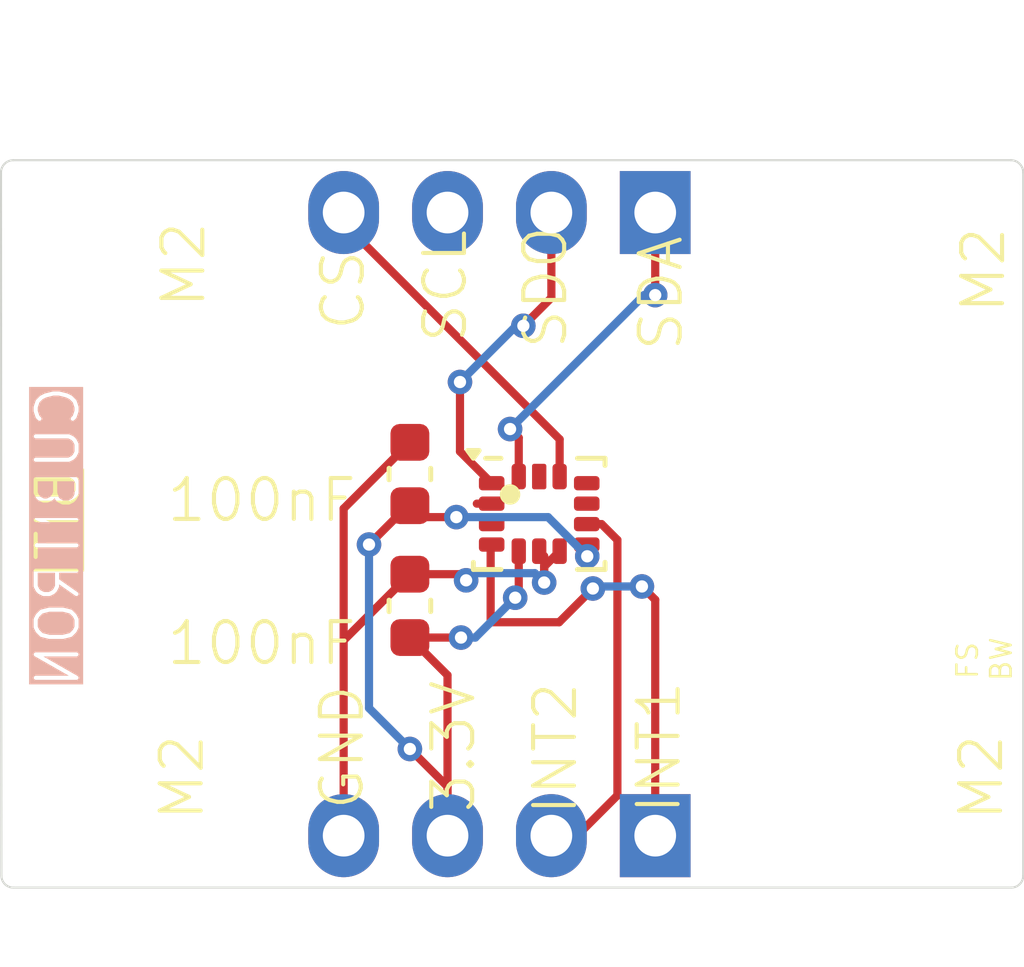
<source format=kicad_pcb>
(kicad_pcb (version 20240108) (generator "pcbnew") (generator_version "8.0")
  (layers (0 "F.Cu" signal) (31 "B.Cu" signal) (34 "B.Paste" user) (35 "F.Paste" user) (36 "B.SilkS" user "B.Silkscreen") (37 "F.SilkS" user "F.Silkscreen") (38 "B.Mask" user) (39 "F.Mask" user) (44 "Edge.Cuts" user))
  (net 0 "")
  (net 1 "+3.3V")
  (net 2 "GND")
  (net 3 "SDO{slash}SAO")
  (net 4 "CS")
  (net 5 "SCL")
  (net 6 "SDA")
  (net 7 "INT2")
  (net 8 "INT1")
  (net 10 "unconnected-(U1-SDx-Pad2)")
  (footprint "MountingHole:MountingHole_2.2mm_M2" (layer "F.Cu") (at 127.7 85.75)
    (property "Reference" "H4" (hide yes))
    (property "Value" "MountingHole_Pad" (hide yes))
    (pad "" np_thru_hole circle (at 0 0) (size 2.2 2.2) (drill 2.2) (layers "*.Cu" "*.Mask"))
  )
  (footprint "Capacitor_SMD:C_0603_1608Metric" (layer "F.Cu") (at 135 78.275 90)
    (property "Reference" "C2" (hide yes))
    (property "Value" "C" (hide yes))
    (fp_line (start -0.14058 -0.51) (end 0.14058 -0.51) (stroke (width 0.12)) (layer "F.SilkS"))
    (fp_line (start -0.14058 0.51) (end 0.14058 0.51) (stroke (width 0.12)) (layer "F.SilkS"))
    (pad "1" smd roundrect (at -0.775 0 90) (size 0.9 0.95) (layers "F.Cu" "F.Paste" "F.Mask") (net 1 "+3.3V"))
    (pad "2" smd roundrect (at 0.775 0 90) (size 0.9 0.95) (layers "F.Cu" "F.Paste" "F.Mask") (net 2 "GND"))
  )
  (footprint "MountingHole:MountingHole_2.2mm_M2" (layer "F.Cu") (at 147.25 85.75)
    (property "Reference" "H1" (hide yes))
    (property "Value" "MountingHole_Pad" (hide yes))
    (pad "" np_thru_hole circle (at 0 0) (size 2.2 2.2) (drill 2.2) (layers "*.Cu" "*.Mask"))
  )
  (footprint "Capacitor_SMD:C_0603_1608Metric" (layer "F.Cu") (at 135 81.5 90)
    (property "Reference" "C1" (hide yes))
    (property "Value" "C" (hide yes))
    (fp_line (start -0.14058 -0.51) (end 0.14058 -0.51) (stroke (width 0.12)) (layer "F.SilkS"))
    (fp_line (start -0.14058 0.51) (end 0.14058 0.51) (stroke (width 0.12)) (layer "F.SilkS"))
    (pad "1" smd roundrect (at -0.775 0 90) (size 0.9 0.95) (layers "F.Cu" "F.Paste" "F.Mask") (net 1 "+3.3V"))
    (pad "2" smd roundrect (at 0.775 0 90) (size 0.9 0.95) (layers "F.Cu" "F.Paste" "F.Mask") (net 2 "GND"))
  )
  (footprint "Package_LGA:LGA-14_3x2.5mm_P0.5mm_LayoutBorder3x4y" (layer "F.Cu") (at 138.1625 79.25)
    (property "Reference" "U1" (hide yes))
    (property "Value" "ISM330DHCX" (hide yes))
    (fp_line (start -1.61 1.36) (end -1.61 1.185) (stroke (width 0.12)) (layer "F.SilkS"))
    (fp_line (start -0.935 -1.36) (end -1.31 -1.36) (stroke (width 0.12)) (layer "F.SilkS"))
    (fp_line (start -0.935 1.36) (end -1.61 1.36) (stroke (width 0.12)) (layer "F.SilkS"))
    (fp_line (start 0.935 -1.36) (end 1.61 -1.36) (stroke (width 0.12)) (layer "F.SilkS"))
    (fp_line (start 0.935 1.36) (end 1.61 1.36) (stroke (width 0.12)) (layer "F.SilkS"))
    (fp_line (start 1.61 -1.36) (end 1.61 -1.185) (stroke (width 0.12)) (layer "F.SilkS"))
    (fp_line (start 1.61 1.36) (end 1.61 1.185) (stroke (width 0.12)) (layer "F.SilkS"))
    (fp_poly (pts (xy -1.61 -1.36) (xy -1.75 -1.55) (xy -1.47 -1.55) (xy -1.61 -1.36)) (stroke (width 0.12)) (fill solid) (layer "F.SilkS"))
    (pad "1" smd roundrect (at -1.1625 -0.75) (size 0.625 0.35) (layers "F.Cu" "F.Paste" "F.Mask") (net 3 "SDO{slash}SAO"))
    (pad "2" smd roundrect (at -1.1625 -0.25) (size 0.625 0.35) (layers "F.Cu" "F.Paste" "F.Mask") (net 10 "unconnected-(U1-SDx-Pad2)"))
    (pad "3" smd roundrect (at -1.1625 0.25) (size 0.625 0.35) (layers "F.Cu" "F.Paste" "F.Mask"))
    (pad "4" smd roundrect (at -1.1625 0.75) (size 0.625 0.35) (layers "F.Cu" "F.Paste" "F.Mask") (net 8 "INT1"))
    (pad "5" smd roundrect (at -0.5 0.9125) (size 0.35 0.625) (layers "F.Cu" "F.Paste" "F.Mask") (net 1 "+3.3V"))
    (pad "6" smd roundrect (at 0 0.9125) (size 0.35 0.625) (layers "F.Cu" "F.Paste" "F.Mask") (net 2 "GND"))
    (pad "7" smd roundrect (at 0.5 0.9125) (size 0.35 0.625) (layers "F.Cu" "F.Paste" "F.Mask") (net 2 "GND"))
    (pad "8" smd roundrect (at 1.1625 0.75) (size 0.625 0.35) (layers "F.Cu" "F.Paste" "F.Mask") (net 1 "+3.3V"))
    (pad "9" smd roundrect (at 1.1625 0.25) (size 0.625 0.35) (layers "F.Cu" "F.Paste" "F.Mask") (net 7 "INT2"))
    (pad "10" smd roundrect (at 1.1625 -0.25) (size 0.625 0.35) (layers "F.Cu" "F.Paste" "F.Mask"))
    (pad "11" smd roundrect (at 1.1625 -0.75) (size 0.625 0.35) (layers "F.Cu" "F.Paste" "F.Mask"))
    (pad "12" smd roundrect (at 0.5 -0.9125) (size 0.35 0.625) (layers "F.Cu" "F.Paste" "F.Mask") (net 4 "CS"))
    (pad "13" smd roundrect (at 0 -0.9125) (size 0.35 0.625) (layers "F.Cu" "F.Paste" "F.Mask") (roundrect_rratio 0.15))
    (pad "14" smd roundrect (at -0.5 -0.9125) (size 0.35 0.625) (layers "F.Cu" "F.Paste" "F.Mask") (net 6 "SDA"))
  )
  (footprint "Connector:FanPinHeader_1x04_P2.54mm_Vertical" (layer "F.Cu") (at 141 87.12 180)
    (property "Reference" "J2" (hide yes))
    (property "Value" "Conn_01x04")
    (pad "1" thru_hole rect (at 0 0 270) (size 2.03 1.73) (drill 1.02) (layers "*.Cu" "*.Mask") (net 8 "INT1"))
    (pad "2" thru_hole oval (at 2.54 0 270) (size 2.03 1.73) (drill 1.02) (layers "*.Cu" "*.Mask") (net 7 "INT2"))
    (pad "3" thru_hole oval (at 5.08 0 270) (size 2.03 1.73) (drill 1.02) (layers "*.Cu" "*.Mask") (net 1 "+3.3V"))
    (pad "4" thru_hole oval (at 7.62 0 270) (size 2.03 1.73) (drill 1.02) (layers "*.Cu" "*.Mask") (net 2 "GND"))
  )
  (footprint "Connector:FanPinHeader_1x04_P2.54mm_Vertical" (layer "F.Cu") (at 141 71.88 180)
    (property "Reference" "J1" (hide yes))
    (property "Value" "Conn_01x04")
    (pad "1" thru_hole rect (at 0 0 270) (size 2.03 1.73) (drill 1.02) (layers "*.Cu" "*.Mask") (net 6 "SDA"))
    (pad "2" thru_hole oval (at 2.54 0 270) (size 2.03 1.73) (drill 1.02) (layers "*.Cu" "*.Mask") (net 3 "SDO{slash}SAO"))
    (pad "3" thru_hole oval (at 5.08 0 270) (size 2.03 1.73) (drill 1.02) (layers "*.Cu" "*.Mask") (net 5 "SCL"))
    (pad "4" thru_hole oval (at 7.62 0 270) (size 2.03 1.73) (drill 1.02) (layers "*.Cu" "*.Mask") (net 4 "CS"))
  )
  (footprint "MountingHole:MountingHole_2.2mm_M2" (layer "F.Cu") (at 147.25 73.29)
    (property "Reference" "H2" (hide yes))
    (property "Value" "MountingHole_Pad" (hide yes))
    (pad "" np_thru_hole circle (at 0 0) (size 2.2 2.2) (drill 2.2) (layers "*.Cu" "*.Mask"))
  )
  (footprint "MountingHole:MountingHole_2.2mm_M2" (layer "F.Cu") (at 127.7 73.29)
    (property "Reference" "H3" (hide yes))
    (property "Value" "MountingHole_Pad" (hide yes))
    (pad "" np_thru_hole circle (at 0 0) (size 2.2 2.2) (drill 2.2) (layers "*.Cu" "*.Mask"))
  )
  (gr_circle (center 137.45 78.775) (end 137.65 78.775) (stroke (width 0.1)) (fill solid) (layer "F.SilkS"))
  (gr_arc (start 125 70.9) (mid 125.087868 70.687868) (end 125.3 70.6) (stroke (width 0.05)) (layer "Edge.Cuts"))
  (gr_arc (start 125.31 88.39) (mid 125.098384 88.308688) (end 125.009828 88.1) (stroke (width 0.05)) (layer "Edge.Cuts"))
  (gr_line (start 150 88.1) (end 150 70.9) (stroke (width 0.05)) (layer "Edge.Cuts"))
  (gr_arc (start 150 88.1) (mid 149.915061 88.305061) (end 149.71 88.39) (stroke (width 0.05)) (layer "Edge.Cuts"))
  (gr_line (start 125.31 88.39) (end 149.71 88.39) (stroke (width 0.05)) (layer "Edge.Cuts"))
  (gr_arc (start 149.7 70.6) (mid 149.912132 70.687868) (end 150 70.9) (stroke (width 0.05)) (layer "Edge.Cuts"))
  (gr_line (start 149.7 70.6) (end 125.3 70.6) (stroke (width 0.05)) (layer "Edge.Cuts"))
  (gr_line (start 125.009828 88.1) (end 125 70.9) (stroke (width 0.05)) (layer "Edge.Cuts"))
  (gr_text "CUBITRON" (at 126.975 76.05 90) (layer "B.SilkS" knockout) (effects (font (size 1 1) (thickness 0.1)) (justify left bottom mirror)))
  (gr_text "SDO" (at 138.9 75.275 90) (layer "F.SilkS") (effects (font (size 1 1) (thickness 0.1)) (justify left bottom)))
  (gr_text "100nF" (at 129 79.5 0) (layer "F.SilkS") (effects (font (size 1 1) (thickness 0.1)) (justify left bottom)))
  (gr_text "BW" (at 149.755 83.38 90) (layer "F.SilkS") (effects (font (size 0.5 0.5) (thickness 0.0625)) (justify left bottom)))
  (gr_text "IMU\n" (at 127 80.8 90) (layer "F.SilkS" knockout) (effects (font (size 1 1) (thickness 0.1)) (justify left bottom)))
  (gr_text "M2" (at 149.56 86.81 90) (layer "F.SilkS") (effects (font (size 1 1) (thickness 0.1)) (justify left bottom)))
  (gr_text "INT1\n" (at 141.675 86.65 90) (layer "F.SilkS") (effects (font (size 1 1) (thickness 0.1)) (justify left bottom)))
  (gr_text "3.3V" (at 136.65 86.625 90) (layer "F.SilkS") (effects (font (size 1 1) (thickness 0.1)) (justify left bottom)))
  (gr_text "SCL" (at 136.45 75.125 90) (layer "F.SilkS") (effects (font (size 1 1) (thickness 0.1)) (justify left bottom)))
  (gr_text "M2" (at 149.61 74.4 90) (layer "F.SilkS") (effects (font (size 1 1) (thickness 0.1)) (justify left bottom)))
  (gr_text "100nF" (at 129 83 0) (layer "F.SilkS") (effects (font (size 1 1) (thickness 0.1)) (justify left bottom)))
  (gr_text "M2" (at 130.05 74.27 90) (layer "F.SilkS") (effects (font (size 1 1) (thickness 0.1)) (justify left bottom)))
  (gr_text "INT2\n\n" (at 140.75 86.675 90) (layer "F.SilkS") (effects (font (size 1 1) (thickness 0.1)) (justify left bottom)))
  (gr_text "GND" (at 133.925 86.55 90) (layer "F.SilkS") (effects (font (size 1 1) (thickness 0.1)) (justify left bottom)))
  (gr_text "CS" (at 133.95 74.825 90) (layer "F.SilkS") (effects (font (size 1 1) (thickness 0.1)) (justify left bottom)))
  (gr_text "SDA" (at 141.725 75.325 90) (layer "F.SilkS") (effects (font (size 1 1) (thickness 0.1)) (justify left bottom)))
  (gr_text "M2" (at 130.01 86.81 90) (layer "F.SilkS") (effects (font (size 1 1) (thickness 0.1)) (justify left bottom)))
  (gr_text "FS" (at 148.93 83.33 90) (layer "F.SilkS") (effects (font (size 0.5 0.5) (thickness 0.0625)) (justify left bottom)))
  (segment (start 137.575 81.3) (end 137.6625 81.2125) (width 0.2) (layer "F.Cu") (net 1))
  (segment (start 135 82.275) (end 136.25 82.275) (width 0.2) (layer "F.Cu") (net 1))
  (segment (start 134.95 79.05) (end 134 80) (width 0.2) (layer "F.Cu") (net 1))
  (segment (start 135.92 87.75) (end 135.92 83.195) (width 0.2) (layer "F.Cu") (net 1))
  (segment (start 135.92 83.195) (end 135 82.275) (width 0.2) (layer "F.Cu") (net 1))
  (segment (start 135 79.05) (end 134.95 79.05) (width 0.2) (layer "F.Cu") (net 1))
  (segment (start 139.325 80) (end 139.325 80.274405) (width 0.2) (layer "F.Cu") (net 1))
  (segment (start 139.325 80.274405) (end 139.3375 80.286905) (width 0.2) (layer "F.Cu") (net 1))
  (segment (start 136.135259 79.32892) (end 135.27892 79.32892) (width 0.2) (layer "F.Cu") (net 1))
  (segment (start 135 85) (end 135.92 85.92) (width 0.2) (layer "F.Cu") (net 1))
  (segment (start 137.6625 81.2125) (end 137.6625 80.1625) (width 0.2) (layer "F.Cu") (net 1))
  (segment (start 135.92 85.92) (end 135.92 87.75) (width 0.2) (layer "F.Cu") (net 1))
  (segment (start 135.27892 79.32892) (end 135 79.05) (width 0.2) (layer "F.Cu") (net 1))
  (via (at 137.575 81.3) (size 0.6) (drill 0.3) (layers "F.Cu" "B.Cu") (net 1))
  (via (at 135 85) (size 0.6) (drill 0.3) (layers "F.Cu" "B.Cu") (net 1))
  (via (at 136.135259 79.32892) (size 0.6) (drill 0.3) (layers "F.Cu" "B.Cu") (net 1))
  (via (at 139.3375 80.286905) (size 0.6) (drill 0.3) (layers "F.Cu" "B.Cu") (net 1))
  (via (at 134 80) (size 0.6) (drill 0.3) (layers "F.Cu" "B.Cu") (net 1))
  (via (at 136.25 82.275) (size 0.6) (drill 0.3) (layers "F.Cu" "B.Cu") (net 1))
  (segment (start 134 80) (end 134 84) (width 0.2) (layer "B.Cu") (net 1))
  (segment (start 138.379515 79.32892) (end 136.135259 79.32892) (width 0.2) (layer "B.Cu") (net 1))
  (segment (start 136.6 82.275) (end 137.575 81.3) (width 0.2) (layer "B.Cu") (net 1))
  (segment (start 139.3375 80.286905) (end 138.379515 79.32892) (width 0.2) (layer "B.Cu") (net 1))
  (segment (start 134 84) (end 135 85) (width 0.2) (layer "B.Cu") (net 1))
  (segment (start 136.25 82.275) (end 136.6 82.275) (width 0.2) (layer "B.Cu") (net 1))
  (segment (start 133.38 82.345) (end 135 80.725) (width 0.2) (layer "F.Cu") (net 2))
  (segment (start 138.283667 80.541333) (end 138.6625 80.1625) (width 0.2) (layer "F.Cu") (net 2))
  (segment (start 133.38 87.75) (end 132.75 87.12) (width 0.2) (layer "F.Cu") (net 2))
  (segment (start 138.283667 80.928793) (end 138.283667 80.541333) (width 0.2) (layer "F.Cu") (net 2))
  (segment (start 133.38 79.12) (end 135 77.5) (width 0.2) (layer "F.Cu") (net 2))
  (segment (start 133.38 87.75) (end 133.38 82.345) (width 0.2) (layer "F.Cu") (net 2))
  (segment (start 133.38 82.345) (end 133.38 79.12) (width 0.2) (layer "F.Cu") (net 2))
  (segment (start 138.283667 80.928793) (end 138.283667 80.283667) (width 0.2) (layer "F.Cu") (net 2))
  (segment (start 135 80.725) (end 136.225 80.725) (width 0.2) (layer "F.Cu") (net 2))
  (segment (start 136.225 80.725) (end 136.375 80.875) (width 0.2) (layer "F.Cu") (net 2))
  (segment (start 138.283667 80.283667) (end 138.1625 80.1625) (width 0.2) (layer "F.Cu") (net 2))
  (via (at 138.283667 80.928793) (size 0.6) (drill 0.3) (layers "F.Cu" "B.Cu") (net 2))
  (via (at 136.375 80.875) (size 0.6) (drill 0.3) (layers "F.Cu" "B.Cu") (net 2))
  (segment (start 136.375 80.875) (end 136.55 80.7) (width 0.2) (layer "B.Cu") (net 2))
  (segment (start 136.55 80.7) (end 138.054874 80.7) (width 0.2) (layer "B.Cu") (net 2))
  (segment (start 138.054874 80.7) (end 138.283667 80.928793) (width 0.2) (layer "B.Cu") (net 2))
  (segment (start 138.46 73.965) (end 138.46 71.25) (width 0.2) (layer "F.Cu") (net 3))
  (segment (start 136.225 77.725) (end 136.225 76.025) (width 0.2) (layer "F.Cu") (net 3))
  (segment (start 137.775 74.65) (end 138.46 73.965) (width 0.2) (layer "F.Cu") (net 3))
  (segment (start 137 78.5) (end 136.225 77.725) (width 0.2) (layer "F.Cu") (net 3))
  (via (at 136.225 76.025) (size 0.6) (drill 0.3) (layers "F.Cu" "B.Cu") (net 3))
  (via (at 137.775 74.65) (size 0.6) (drill 0.3) (layers "F.Cu" "B.Cu") (net 3))
  (segment (start 136.225 76.025) (end 137.6 74.65) (width 0.2) (layer "B.Cu") (net 3))
  (segment (start 137.6 74.65) (end 137.775 74.65) (width 0.2) (layer "B.Cu") (net 3))
  (segment (start 133.38 72.142792) (end 133.38 71.25) (width 0.2) (layer "F.Cu") (net 4))
  (segment (start 138.6625 78.3375) (end 138.6625 77.425292) (width 0.2) (layer "F.Cu") (net 4))
  (segment (start 138.6625 77.425292) (end 133.38 72.142792) (width 0.2) (layer "F.Cu") (net 4))
  (segment (start 137.6625 78.3375) (end 137.6625 77.3875) (width 0.2) (layer "F.Cu") (net 6))
  (segment (start 141 73.9) (end 141 71.25) (width 0.2) (layer "F.Cu") (net 6))
  (segment (start 137.6625 77.3875) (end 137.45 77.175) (width 0.2) (layer "F.Cu") (net 6))
  (via (at 137.45 77.175) (size 0.6) (drill 0.3) (layers "F.Cu" "B.Cu") (net 6))
  (via (at 141 73.9) (size 0.6) (drill 0.3) (layers "F.Cu" "B.Cu") (net 6))
  (segment (start 137.45 77.175) (end 140.725 73.9) (width 0.2) (layer "B.Cu") (net 6))
  (segment (start 140.725 73.9) (end 141 73.9) (width 0.2) (layer "B.Cu") (net 6))
  (segment (start 139.325 79.5) (end 139.687932 79.5) (width 0.2) (layer "F.Cu") (net 7))
  (segment (start 140.075 86.135) (end 138.46 87.75) (width 0.2) (layer "F.Cu") (net 7))
  (segment (start 140.075 79.887068) (end 140.075 86.135) (width 0.2) (layer "F.Cu") (net 7))
  (segment (start 139.687932 79.5) (end 140.075 79.887068) (width 0.2) (layer "F.Cu") (net 7))
  (segment (start 139.475 81.075) (end 138.65 81.9) (width 0.2) (layer "F.Cu") (net 8))
  (segment (start 136.975 81.9) (end 136.975 79.975) (width 0.2) (layer "F.Cu") (net 8))
  (segment (start 141 87.75) (end 141 81.35) (width 0.2) (layer "F.Cu") (net 8))
  (segment (start 138.65 81.9) (end 136.975 81.9) (width 0.2) (layer "F.Cu") (net 8))
  (segment (start 141 81.35) (end 140.675 81.025) (width 0.2) (layer "F.Cu") (net 8))
  (segment (start 136.975 79.975) (end 137 79.975) (width 0.2) (layer "F.Cu") (net 8))
  (via (at 139.475 81.075) (size 0.6) (drill 0.3) (layers "F.Cu" "B.Cu") (net 8))
  (via (at 140.675 81.025) (size 0.6) (drill 0.3) (layers "F.Cu" "B.Cu") (net 8))
  (segment (start 139.525 81.025) (end 139.475 81.075) (width 0.2) (layer "B.Cu") (net 8))
  (segment (start 140.675 81.025) (end 139.525 81.025) (width 0.2) (layer "B.Cu") (net 8))
  (segment (start 136.637068 79) (end 137 79) (width 0.2) (layer "F.Cu") (net 10))
)
</source>
